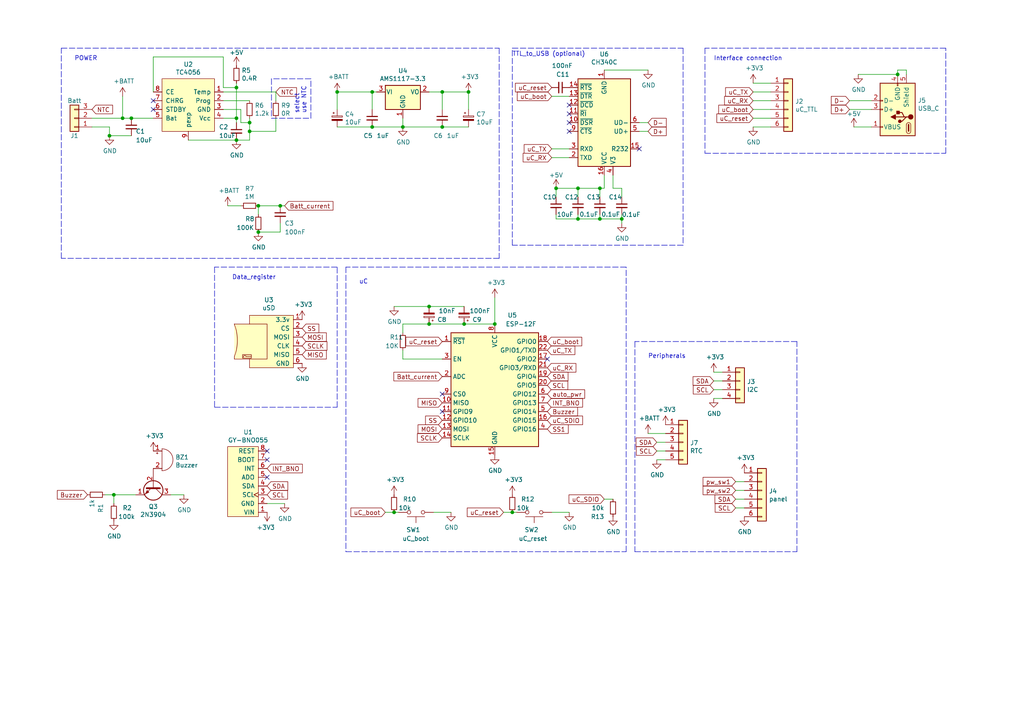
<source format=kicad_sch>
(kicad_sch (version 20211123) (generator eeschema)
  (paper "A4")
  (title_block (title "9axis") (date "2021-03-10") (rev "1") (company "David Ávila Quezada") (comment 2 "www.github.com/debaq/fullaxis") (comment 4 "Sistema de evaluación de de la Marcha y el control postural"))
  (lib_symbols
    (symbol "9axis-rescue:tp4056-my_library" (pin_names (offset 1.016))
      (property "Reference" "U" (at -6.35 -1.27 0))
      (property "Value" "9axis-rescue_tp4056-my_library" (at 0 -3.81 0))
      (symbol "tp4056-my_library_0_1"
        (rectangle (start -7.62 -17.78) (end 7.62 -2.54) (fill (type background)))
      )
      (symbol "tp4056-my_library_1_1"
        (pin input line (at -10.16 -6.35 0) (length 2.54) (name "Temp") (number "1"))
        (pin passive line (at -10.16 -8.89 0) (length 2.54) (name "Prog") (number "2"))
        (pin passive line (at -10.16 -11.43 0) (length 2.54) (name "GND") (number "3"))
        (pin power_in line (at -10.16 -13.97 0) (length 2.54) (name "Vcc") (number "4"))
        (pin power_out line (at 10.16 -13.97 180) (length 2.54) (name "Bat") (number "5"))
        (pin open_collector line (at 10.16 -11.43 180) (length 2.54) (name "STDBY") (number "6"))
        (pin open_collector line (at 10.16 -8.89 180) (length 2.54) (name "CHRG") (number "7"))
        (pin input line (at 10.16 -6.35 180) (length 2.54) (name "CE") (number "8"))
        (pin input line (at 0 -20.32 90) (length 2.54) (name "pexp") (number "9"))
      )
    )
    (symbol "Connector_Generic:Conn_01x03" (pin_names (offset 1.016) hide)
      (property "Reference" "J" (at 0 5.08 0))
      (property "Value" "Conn_01x03" (at 0 -5.08 0))
      (symbol "Conn_01x03_1_1"
        (rectangle (start -1.27 -2.413) (end 0 -2.667) (stroke (width 0.1524)))
        (rectangle (start -1.27 0.127) (end 0 -0.127) (stroke (width 0.1524)))
        (rectangle (start -1.27 2.667) (end 0 2.413) (stroke (width 0.1524)))
        (rectangle (start -1.27 3.81) (end 1.27 -3.81) (stroke (width 0.254)) (fill (type background)))
        (pin passive line (at -5.08 2.54 0) (length 3.81) (name "Pin_1") (number "1"))
        (pin passive line (at -5.08 0 0) (length 3.81) (name "Pin_2") (number "2"))
        (pin passive line (at -5.08 -2.54 0) (length 3.81) (name "Pin_3") (number "3"))
      )
    )
    (symbol "Connector_Generic:Conn_01x04" (pin_names (offset 1.016) hide)
      (property "Reference" "J" (at 0 5.08 0))
      (property "Value" "Conn_01x04" (at 0 -7.62 0))
      (symbol "Conn_01x04_1_1"
        (rectangle (start -1.27 -4.953) (end 0 -5.207) (stroke (width 0.1524)))
        (rectangle (start -1.27 -2.413) (end 0 -2.667) (stroke (width 0.1524)))
        (rectangle (start -1.27 0.127) (end 0 -0.127) (stroke (width 0.1524)))
        (rectangle (start -1.27 2.667) (end 0 2.413) (stroke (width 0.1524)))
        (rectangle (start -1.27 3.81) (end 1.27 -6.35) (stroke (width 0.254)) (fill (type background)))
        (pin passive line (at -5.08 2.54 0) (length 3.81) (name "Pin_1") (number "1"))
        (pin passive line (at -5.08 0 0) (length 3.81) (name "Pin_2") (number "2"))
        (pin passive line (at -5.08 -2.54 0) (length 3.81) (name "Pin_3") (number "3"))
        (pin passive line (at -5.08 -5.08 0) (length 3.81) (name "Pin_4") (number "4"))
      )
    )
    (symbol "Connector_Generic:Conn_01x05" (pin_names (offset 1.016) hide)
      (property "Reference" "J" (at 0 7.62 0))
      (property "Value" "Conn_01x05" (at 0 -7.62 0))
      (symbol "Conn_01x05_1_1"
        (rectangle (start -1.27 -4.953) (end 0 -5.207) (stroke (width 0.1524)))
        (rectangle (start -1.27 -2.413) (end 0 -2.667) (stroke (width 0.1524)))
        (rectangle (start -1.27 0.127) (end 0 -0.127) (stroke (width 0.1524)))
        (rectangle (start -1.27 2.667) (end 0 2.413) (stroke (width 0.1524)))
        (rectangle (start -1.27 5.207) (end 0 4.953) (stroke (width 0.1524)))
        (rectangle (start -1.27 6.35) (end 1.27 -6.35) (stroke (width 0.254)) (fill (type background)))
        (pin passive line (at -5.08 5.08 0) (length 3.81) (name "Pin_1") (number "1"))
        (pin passive line (at -5.08 2.54 0) (length 3.81) (name "Pin_2") (number "2"))
        (pin passive line (at -5.08 0 0) (length 3.81) (name "Pin_3") (number "3"))
        (pin passive line (at -5.08 -2.54 0) (length 3.81) (name "Pin_4") (number "4"))
        (pin passive line (at -5.08 -5.08 0) (length 3.81) (name "Pin_5") (number "5"))
      )
    )
    (symbol "Connector_Generic:Conn_01x06" (pin_names (offset 1.016) hide)
      (property "Reference" "J" (at 0 7.62 0))
      (property "Value" "Conn_01x06" (at 0 -10.16 0))
      (symbol "Conn_01x06_1_1"
        (rectangle (start -1.27 -7.493) (end 0 -7.747) (stroke (width 0.1524)))
        (rectangle (start -1.27 -4.953) (end 0 -5.207) (stroke (width 0.1524)))
        (rectangle (start -1.27 -2.413) (end 0 -2.667) (stroke (width 0.1524)))
        (rectangle (start -1.27 0.127) (end 0 -0.127) (stroke (width 0.1524)))
        (rectangle (start -1.27 2.667) (end 0 2.413) (stroke (width 0.1524)))
        (rectangle (start -1.27 5.207) (end 0 4.953) (stroke (width 0.1524)))
        (rectangle (start -1.27 6.35) (end 1.27 -8.89) (stroke (width 0.254)) (fill (type background)))
        (pin passive line (at -5.08 5.08 0) (length 3.81) (name "Pin_1") (number "1"))
        (pin passive line (at -5.08 2.54 0) (length 3.81) (name "Pin_2") (number "2"))
        (pin passive line (at -5.08 0 0) (length 3.81) (name "Pin_3") (number "3"))
        (pin passive line (at -5.08 -2.54 0) (length 3.81) (name "Pin_4") (number "4"))
        (pin passive line (at -5.08 -5.08 0) (length 3.81) (name "Pin_5") (number "5"))
        (pin passive line (at -5.08 -7.62 0) (length 3.81) (name "Pin_6") (number "6"))
      )
    )
    (symbol "Device:Buzzer" (pin_names (offset 0.0254) hide)
      (property "Reference" "BZ" (at 3.81 1.27 0))
      (property "Value" "Buzzer" (at 3.81 -1.27 0))
      (symbol "Buzzer_0_1"
        (arc (start 0 -3.175) (mid 3.175 0) (end 0 3.175))
        (polyline (pts (xy -1.651 1.905) (xy -1.143 1.905)))
        (polyline (pts (xy -1.397 2.159) (xy -1.397 1.651)))
        (polyline (pts (xy 0 3.175) (xy 0 -3.175)))
      )
      (symbol "Buzzer_1_1"
        (pin passive line (at -2.54 2.54 0) (length 2.54) (name "-") (number "1"))
        (pin passive line (at -2.54 -2.54 0) (length 2.54) (name "+") (number "2"))
      )
    )
    (symbol "Device:CP_Small" (pin_numbers hide) (pin_names (offset 0.254) hide)
      (property "Reference" "C" (at 0.254 1.778 0))
      (property "Value" "Device_CP_Small" (at 0.254 -2.032 0))
      (symbol "CP_Small_0_1"
        (rectangle (start -1.524 -0.3048) (end 1.524 -0.6858) (fill (type outline)))
        (rectangle (start -1.524 0.6858) (end 1.524 0.3048))
        (polyline (pts (xy -1.27 1.524) (xy -0.762 1.524)))
        (polyline (pts (xy -1.016 1.27) (xy -1.016 1.778)))
      )
      (symbol "CP_Small_1_1"
        (pin passive line (at 0 2.54 270) (length 1.8542) (name "~") (number "1"))
        (pin passive line (at 0 -2.54 90) (length 1.8542) (name "~") (number "2"))
      )
    )
    (symbol "Device:C_Small" (pin_numbers hide) (pin_names (offset 0.254) hide)
      (property "Reference" "C" (at 0.254 1.778 0))
      (property "Value" "C_Small" (at 0.254 -2.032 0))
      (symbol "C_Small_0_1"
        (polyline (pts (xy -1.524 -0.508) (xy 1.524 -0.508)) (stroke (width 0.3302)))
        (polyline (pts (xy -1.524 0.508) (xy 1.524 0.508)) (stroke (width 0.3048)))
      )
      (symbol "C_Small_1_1"
        (pin passive line (at 0 2.54 270) (length 2.032) (name "~") (number "1"))
        (pin passive line (at 0 -2.54 90) (length 2.032) (name "~") (number "2"))
      )
    )
    (symbol "Device:R_Small" (pin_numbers hide) (pin_names (offset 0.254) hide)
      (property "Reference" "R" (at 0.762 0.508 0))
      (property "Value" "R_Small" (at 0.762 -1.016 0))
      (symbol "R_Small_0_1"
        (rectangle (start -0.762 1.778) (end 0.762 -1.778) (stroke (width 0.2032)))
      )
      (symbol "R_Small_1_1"
        (pin passive line (at 0 2.54 270) (length 0.762) (name "~") (number "1"))
        (pin passive line (at 0 -2.54 90) (length 0.762) (name "~") (number "2"))
      )
    )
    (symbol "Interface_USB:CH340C"
      (property "Reference" "U" (at -5.08 13.97 0))
      (property "Value" "CH340C" (at 1.27 13.97 0))
      (symbol "CH340C_0_1"
        (rectangle (start -7.62 12.7) (end 7.62 -12.7) (stroke (width 0.254)) (fill (type background)))
      )
      (symbol "CH340C_1_1"
        (pin power_in line (at 0 -15.24 90) (length 2.54) (name "GND") (number "1"))
        (pin input line (at 10.16 0 180) (length 2.54) (name "~{DSR}") (number "10"))
        (pin input line (at 10.16 -2.54 180) (length 2.54) (name "~{RI}") (number "11"))
        (pin input line (at 10.16 -5.08 180) (length 2.54) (name "~{DCD}") (number "12"))
        (pin output line (at 10.16 -7.62 180) (length 2.54) (name "~{DTR}") (number "13"))
        (pin output line (at 10.16 -10.16 180) (length 2.54) (name "~{RTS}") (number "14"))
        (pin input line (at -10.16 7.62 0) (length 2.54) (name "R232") (number "15"))
        (pin power_in line (at 0 15.24 270) (length 2.54) (name "VCC") (number "16"))
        (pin output line (at 10.16 10.16 180) (length 2.54) (name "TXD") (number "2"))
        (pin input line (at 10.16 7.62 180) (length 2.54) (name "RXD") (number "3"))
        (pin passive line (at -2.54 15.24 270) (length 2.54) (name "V3") (number "4"))
        (pin bidirectional line (at -10.16 2.54 0) (length 2.54) (name "UD+") (number "5"))
        (pin bidirectional line (at -10.16 0 0) (length 2.54) (name "UD-") (number "6"))
        (pin no_connect line (at -7.62 -7.62 0) (length 2.54) hide (name "NC") (number "7"))
        (pin no_connect line (at -7.62 -10.16 0) (length 2.54) hide (name "NC") (number "8"))
        (pin input line (at 10.16 2.54 180) (length 2.54) (name "~{CTS}") (number "9"))
      )
    )
    (symbol "RF_Module:ESP-12F"
      (property "Reference" "U" (at -12.7 19.05 0))
      (property "Value" "ESP-12F" (at 12.7 19.05 0))
      (symbol "ESP-12F_0_1"
        (rectangle (start -12.7 17.78) (end 12.7 -15.24) (stroke (width 0.254)) (fill (type background)))
      )
      (symbol "ESP-12F_1_1"
        (pin input line (at -15.24 15.24 0) (length 2.54) (name "~{RST}") (number "1"))
        (pin bidirectional line (at -15.24 -2.54 0) (length 2.54) (name "MISO") (number "10"))
        (pin bidirectional line (at -15.24 -5.08 0) (length 2.54) (name "GPIO9") (number "11"))
        (pin bidirectional line (at -15.24 -7.62 0) (length 2.54) (name "GPIO10") (number "12"))
        (pin bidirectional line (at -15.24 -10.16 0) (length 2.54) (name "MOSI") (number "13"))
        (pin bidirectional line (at -15.24 -12.7 0) (length 2.54) (name "SCLK") (number "14"))
        (pin power_in line (at 0 -17.78 90) (length 2.54) (name "GND") (number "15"))
        (pin bidirectional line (at 15.24 -7.62 180) (length 2.54) (name "GPIO15") (number "16"))
        (pin bidirectional line (at 15.24 10.16 180) (length 2.54) (name "GPIO2") (number "17"))
        (pin bidirectional line (at 15.24 15.24 180) (length 2.54) (name "GPIO0") (number "18"))
        (pin bidirectional line (at 15.24 5.08 180) (length 2.54) (name "GPIO4") (number "19"))
        (pin input line (at -15.24 5.08 0) (length 2.54) (name "ADC") (number "2"))
        (pin bidirectional line (at 15.24 2.54 180) (length 2.54) (name "GPIO5") (number "20"))
        (pin bidirectional line (at 15.24 7.62 180) (length 2.54) (name "GPIO3/RXD") (number "21"))
        (pin bidirectional line (at 15.24 12.7 180) (length 2.54) (name "GPIO1/TXD") (number "22"))
        (pin input line (at -15.24 10.16 0) (length 2.54) (name "EN") (number "3"))
        (pin bidirectional line (at 15.24 -10.16 180) (length 2.54) (name "GPIO16") (number "4"))
        (pin bidirectional line (at 15.24 -5.08 180) (length 2.54) (name "GPIO14") (number "5"))
        (pin bidirectional line (at 15.24 0 180) (length 2.54) (name "GPIO12") (number "6"))
        (pin bidirectional line (at 15.24 -2.54 180) (length 2.54) (name "GPIO13") (number "7"))
        (pin power_in line (at 0 20.32 270) (length 2.54) (name "VCC") (number "8"))
        (pin input line (at -15.24 0 0) (length 2.54) (name "CS0") (number "9"))
      )
    )
    (symbol "Regulator_Linear:AMS1117-3.3" (pin_names (offset 0.254))
      (property "Reference" "U" (at -3.81 3.175 0))
      (property "Value" "AMS1117-3.3" (at 0 3.175 0))
      (symbol "AMS1117-3.3_0_1"
        (rectangle (start -5.08 -5.08) (end 5.08 1.905) (stroke (width 0.254)) (fill (type background)))
      )
      (symbol "AMS1117-3.3_1_1"
        (pin power_in line (at 0 -7.62 90) (length 2.54) (name "GND") (number "1"))
        (pin power_out line (at 7.62 0 180) (length 2.54) (name "VO") (number "2"))
        (pin power_in line (at -7.62 0 0) (length 2.54) (name "VI") (number "3"))
      )
    )
    (symbol "Switch:SW_Push" (pin_numbers hide) (pin_names (offset 1.016) hide)
      (property "Reference" "SW" (at 1.27 2.54 0))
      (property "Value" "SW_Push" (at 0 -1.524 0))
      (symbol "SW_Push_0_1"
        (circle (center -2.032 0) (radius 0.508))
        (polyline (pts (xy 0 1.27) (xy 0 3.048)))
        (polyline (pts (xy 2.54 1.27) (xy -2.54 1.27)))
        (circle (center 2.032 0) (radius 0.508))
        (pin passive line (at -5.08 0 0) (length 2.54) (name "1") (number "1"))
        (pin passive line (at 5.08 0 180) (length 2.54) (name "2") (number "2"))
      )
    )
    (symbol "Transistor_BJT:2N3904" (pin_names (offset 0) hide)
      (property "Reference" "Q" (at 5.08 1.905 0))
      (property "Value" "2N3904" (at 5.08 0 0))
      (symbol "2N3904_0_1"
        (polyline (pts (xy 0.635 0.635) (xy 2.54 2.54)))
        (polyline (pts (xy 0.635 -0.635) (xy 2.54 -2.54) (xy 2.54 -2.54)))
        (polyline (pts (xy 0.635 1.905) (xy 0.635 -1.905) (xy 0.635 -1.905)) (stroke (width 0.508)))
        (polyline (pts (xy 1.27 -1.778) (xy 1.778 -1.27) (xy 2.286 -2.286) (xy 1.27 -1.778) (xy 1.27 -1.778)) (fill (type outline)))
        (circle (center 1.27 0) (radius 2.8194) (stroke (width 0.254)))
      )
      (symbol "2N3904_1_1"
        (pin passive line (at 2.54 -5.08 90) (length 2.54) (name "E") (number "1"))
        (pin passive line (at -5.08 0 0) (length 5.715) (name "B") (number "2"))
        (pin passive line (at 2.54 5.08 270) (length 2.54) (name "C") (number "3"))
      )
    )
    (symbol "my_library:GY-BNO055" (pin_names (offset 1.016))
      (property "Reference" "U" (at -8.89 5.08 0))
      (property "Value" "my_library_GY-BNO055" (at 0 2.54 0))
      (symbol "GY-BNO055_0_1"
        (rectangle (start -10.16 3.81) (end 10.16 -5.08) (fill (type background)))
      )
      (symbol "GY-BNO055_1_1"
        (pin power_in line (at -8.89 -7.62 90) (length 2.54) (name "VIN") (number "1"))
        (pin power_out line (at -6.35 -7.62 90) (length 2.54) (name "GND") (number "2"))
        (pin input clock (at -3.81 -7.62 90) (length 2.54) (name "SCL") (number "3"))
        (pin bidirectional line (at -1.27 -7.62 90) (length 2.54) (name "SDA") (number "4"))
        (pin passive line (at 1.27 -7.62 90) (length 2.54) (name "ADO") (number "5"))
        (pin output line (at 3.81 -7.62 90) (length 2.54) (name "INT") (number "6"))
        (pin passive line (at 6.35 -7.62 90) (length 2.54) (name "BOOT") (number "7"))
        (pin input line (at 8.89 -7.62 90) (length 2.54) (name "REST") (number "8"))
      )
    )
    (symbol "my_library:USB_C_2.0" (pin_names (offset 1.016))
      (property "Reference" "J" (at -5.08 11.43 0))
      (property "Value" "my_library_USB_C_2.0" (at -5.08 8.89 0))
      (symbol "USB_C_2.0_0_1"
        (rectangle (start -5.08 -7.62) (end 5.08 7.62) (stroke (width 0.254)) (fill (type background)))
        (circle (center -3.81 2.159) (radius 0.635) (stroke (width 0.254)) (fill (type outline)))
        (arc (start -3.81 4.445) (mid -3.175 3.81) (end -2.54 4.445))
        (circle (center -0.635 3.429) (radius 0.381) (stroke (width 0.254)) (fill (type outline)))
        (rectangle (start -0.127 -7.62) (end 0.127 -6.858))
        (polyline (pts (xy -3.81 6.35) (xy -3.81 4.445)))
        (polyline (pts (xy -2.54 6.35) (xy -2.54 4.445)))
        (polyline (pts (xy -1.905 2.159) (xy 0.635 2.159)) (stroke (width 0.254)))
        (polyline (pts (xy -3.175 2.159) (xy -2.54 2.159) (xy -1.27 3.429) (xy -0.635 3.429)) (stroke (width 0.254)))
        (polyline (pts (xy -2.54 2.159) (xy -1.905 2.159) (xy -1.27 0.889) (xy 0 0.889)) (stroke (width 0.254)))
        (polyline (pts (xy 0.635 2.794) (xy 0.635 1.524) (xy 1.905 2.159) (xy 0.635 2.794)) (stroke (width 0.254)) (fill (type outline)))
        (polyline (pts (xy -3.302 6.35) (xy -3.048 6.35) (xy -3.048 4.318) (xy -3.302 4.318) (xy -3.302 6.35)) (fill (type outline)))
        (rectangle (start 0.254 1.27) (end -0.508 0.508) (stroke (width 0.254)) (fill (type outline)))
        (rectangle (start 5.08 -2.667) (end 4.318 -2.413))
        (rectangle (start 5.08 -0.127) (end 4.318 0.127))
        (rectangle (start 5.08 4.953) (end 4.318 5.207))
      )
      (symbol "USB_C_2.0_1_1"
        (arc (start -2.54 6.35) (mid -3.175 6.985) (end -3.81 6.35))
        (pin power_out line (at 7.62 5.08 180) (length 2.54) (name "VBUS") (number "1"))
        (pin bidirectional line (at 7.62 -2.54 180) (length 2.54) (name "D-") (number "2"))
        (pin bidirectional line (at 7.62 0 180) (length 2.54) (name "D+") (number "3"))
        (pin power_out line (at 0 -10.16 90) (length 2.54) (name "GND") (number "4"))
        (pin passive line (at -2.54 -10.16 90) (length 2.54) (name "Shield") (number "5"))
      )
    )
    (symbol "my_library:uSD" (pin_names (offset 1.016))
      (property "Reference" "U" (at -8.255 2.54 0))
      (property "Value" "my_library_uSD" (at -1.905 2.54 0))
      (symbol "uSD_0_1"
        (arc (start -13.335 -10.795) (mid -12.4337 -6.0334) (end -13.335 -1.27))
        (arc (start -9.906 -10.668) (mid -10.414 -10.414) (end -10.668 -10.922))
        (polyline (pts (xy -8.382 -10.668) (xy -9.906 -10.668)))
        (polyline (pts (xy -13.335 -10.795) (xy -13.335 -11.43) (xy -3.81 -11.43) (xy -3.81 -1.27) (xy -13.335 -1.27)) (fill (type background)))
        (polyline (pts (xy -10.922 -10.16) (xy -10.922 -11.176) (xy -8.382 -11.176) (xy -8.382 -10.16) (xy -10.922 -10.16)))
        (polyline (pts (xy -8.89 -1.27) (xy -8.89 1.27) (xy 3.81 1.27) (xy 3.81 -13.97) (xy -8.89 -13.97) (xy -8.89 -11.43)) (fill (type background)))
      )
      (symbol "uSD_1_1"
        (pin power_in line (at 6.35 0 180) (length 2.54) (name "3.3v") (number "1"))
        (pin input line (at 6.35 -2.54 180) (length 2.54) (name "CS") (number "2"))
        (pin input line (at 6.35 -5.08 180) (length 2.54) (name "MOSI") (number "3"))
        (pin input line (at 6.35 -7.62 180) (length 2.54) (name "CLK") (number "4"))
        (pin input line (at 6.35 -10.16 180) (length 2.54) (name "MISO") (number "5"))
        (pin input line (at 6.35 -12.7 180) (length 2.54) (name "GND") (number "6"))
      )
    )
    (symbol "power:+3.3V" (power) (pin_names (offset 0))
      (property "Value" "+3.3V" (at 0 3.556 0))
      (symbol "+3.3V_0_1"
        (polyline (pts (xy -0.762 1.27) (xy 0 2.54)))
        (polyline (pts (xy 0 0) (xy 0 2.54)))
        (polyline (pts (xy 0 2.54) (xy 0.762 1.27)))
      )
      (symbol "+3.3V_1_1"
        (pin power_in line (at 0 0 90) (length 0) hide (name "+3V3") (number "1"))
      )
    )
    (symbol "power:+5V" (power) (pin_names (offset 0))
      (property "Value" "+5V" (at 0 3.556 0))
      (symbol "+5V_0_1"
        (polyline (pts (xy -0.762 1.27) (xy 0 2.54)))
        (polyline (pts (xy 0 0) (xy 0 2.54)))
        (polyline (pts (xy 0 2.54) (xy 0.762 1.27)))
      )
      (symbol "+5V_1_1"
        (pin power_in line (at 0 0 90) (length 0) hide (name "+5V") (number "1"))
      )
    )
    (symbol "power:+BATT" (power) (pin_names (offset 0))
      (property "Value" "+BATT" (at 0 3.556 0))
      (symbol "+BATT_0_1"
        (polyline (pts (xy -0.762 1.27) (xy 0 2.54)))
        (polyline (pts (xy 0 0) (xy 0 2.54)))
        (polyline (pts (xy 0 2.54) (xy 0.762 1.27)))
      )
      (symbol "+BATT_1_1"
        (pin power_in line (at 0 0 90) (length 0) hide (name "+BATT") (number "1"))
      )
    )
    (symbol "power:GND" (power) (pin_names (offset 0))
      (property "Value" "GND" (at 0 -3.81 0))
      (symbol "GND_0_1"
        (polyline (pts (xy 0 0) (xy 0 -1.27) (xy 1.27 -1.27) (xy 0 -2.54) (xy -1.27 -1.27) (xy 0 -1.27)))
      )
      (symbol "GND_1_1"
        (pin power_in line (at 0 0 270) (length 0) hide (name "GND") (number "1"))
      )
    )
  )
  (junction (at 72.39 35.56))
  (junction (at 68.58 25.4))
  (junction (at 33.02 143.51))
  (junction (at 107.95 36.83))
  (junction (at 124.46 93.98))
  (junction (at 143.51 93.98))
  (junction (at 116.84 36.83))
  (junction (at 38.1 34.29))
  (junction (at 114.3 148.59))
  (junction (at 128.27 26.67))
  (junction (at 31.75 39.37))
  (junction (at 124.46 88.9))
  (junction (at 135.89 26.67))
  (junction (at 35.56 34.29))
  (junction (at 173.99 63.5))
  (junction (at 161.29 54.61))
  (junction (at 260.35 21.59))
  (junction (at 148.59 148.59))
  (junction (at 74.93 59.69))
  (junction (at 134.62 93.98))
  (junction (at 173.99 54.61))
  (junction (at 107.95 26.67))
  (junction (at 167.64 63.5))
  (junction (at 68.58 40.64))
  (junction (at 180.34 63.5))
  (junction (at 68.58 34.29))
  (junction (at 72.39 38.1))
  (junction (at 74.93 67.31))
  (junction (at 81.28 59.69))
  (junction (at 97.79 26.67))
  (junction (at 167.64 54.61))
  (junction (at 128.27 36.83))
  (no_connect (at 77.47 138.43))
  (no_connect (at 158.75 104.14))
  (no_connect (at 165.1 30.48))
  (no_connect (at 77.47 133.35))
  (no_connect (at 165.1 33.02))
  (no_connect (at 44.45 29.21))
  (no_connect (at 185.42 43.18))
  (no_connect (at 44.45 31.75))
  (no_connect (at 128.27 119.38))
  (no_connect (at 165.1 35.56))
  (no_connect (at 77.47 130.81))
  (no_connect (at 128.27 114.3))
  (no_connect (at 165.1 38.1))
  (polyline (pts (xy 100.33 160.02) (xy 181.61 160.02)))
  (wire (pts (xy 173.99 63.5) (xy 173.99 62.23)))
  (wire (pts (xy 97.79 31.75) (xy 97.79 26.67)))
  (wire (pts (xy 165.1 27.94) (xy 160.02 27.94)))
  (polyline (pts (xy 62.23 118.11) (xy 97.79 118.11)))
  (polyline (pts (xy 181.61 160.02) (xy 181.61 77.47)))
  (wire (pts (xy 97.79 36.83) (xy 107.95 36.83)))
  (wire (pts (xy 218.44 34.29) (xy 223.52 34.29)))
  (wire (pts (xy 116.84 36.83) (xy 128.27 36.83)))
  (wire (pts (xy 68.58 34.29) (xy 68.58 35.56)))
  (wire (pts (xy 180.34 57.15) (xy 180.34 54.61)))
  (polyline (pts (xy 198.12 71.12) (xy 148.59 71.12)))
  (wire (pts (xy 77.47 146.05) (xy 82.55 146.05)))
  (wire (pts (xy 167.64 63.5) (xy 161.29 63.5)))
  (wire (pts (xy 74.93 59.69) (xy 81.28 59.69)))
  (wire (pts (xy 68.58 34.29) (xy 68.58 25.4)))
  (wire (pts (xy 161.29 63.5) (xy 161.29 62.23)))
  (wire (pts (xy 173.99 57.15) (xy 173.99 54.61)))
  (wire (pts (xy 128.27 26.67) (xy 124.46 26.67)))
  (wire (pts (xy 175.26 54.61) (xy 173.99 54.61)))
  (wire (pts (xy 135.89 31.75) (xy 135.89 26.67)))
  (wire (pts (xy 134.62 88.9) (xy 124.46 88.9)))
  (wire (pts (xy 262.89 20.32) (xy 260.35 20.32)))
  (wire (pts (xy 213.36 144.78) (xy 215.9 144.78)))
  (wire (pts (xy 175.26 20.32) (xy 187.96 20.32)))
  (wire (pts (xy 173.99 54.61) (xy 167.64 54.61)))
  (polyline (pts (xy 231.14 160.02) (xy 231.14 99.06)))
  (polyline (pts (xy 184.15 99.06) (xy 184.15 160.02)))
  (wire (pts (xy 207.01 113.03) (xy 209.55 113.03)))
  (wire (pts (xy 72.39 38.1) (xy 80.01 38.1)))
  (wire (pts (xy 207.01 107.95) (xy 209.55 107.95)))
  (wire (pts (xy 180.34 63.5) (xy 173.99 63.5)))
  (wire (pts (xy 72.39 34.29) (xy 72.39 35.56)))
  (wire (pts (xy 218.44 31.75) (xy 223.52 31.75)))
  (wire (pts (xy 207.01 110.49) (xy 209.55 110.49)))
  (polyline (pts (xy 181.61 77.47) (xy 100.33 77.47)))
  (wire (pts (xy 109.22 26.67) (xy 107.95 26.67)))
  (wire (pts (xy 218.44 36.83) (xy 223.52 36.83)))
  (wire (pts (xy 72.39 38.1) (xy 72.39 40.64)))
  (wire (pts (xy 213.36 147.32) (xy 215.9 147.32)))
  (wire (pts (xy 260.35 20.32) (xy 260.35 21.59)))
  (wire (pts (xy 38.1 39.37) (xy 31.75 39.37)))
  (wire (pts (xy 80.01 26.67) (xy 80.01 29.21)))
  (wire (pts (xy 180.34 64.77) (xy 180.34 63.5)))
  (wire (pts (xy 218.44 26.67) (xy 223.52 26.67)))
  (polyline (pts (xy 17.78 13.97) (xy 144.78 13.97)))
  (wire (pts (xy 134.62 93.98) (xy 124.46 93.98)))
  (wire (pts (xy 185.42 35.56) (xy 187.96 35.56)))
  (polyline (pts (xy 204.47 44.45) (xy 274.32 44.45)))
  (polyline (pts (xy 144.78 74.93) (xy 17.78 74.93)))
  (wire (pts (xy 39.37 143.51) (xy 33.02 143.51)))
  (wire (pts (xy 160.02 45.72) (xy 165.1 45.72)))
  (wire (pts (xy 116.84 101.6) (xy 116.84 104.14)))
  (wire (pts (xy 35.56 34.29) (xy 38.1 34.29)))
  (wire (pts (xy 72.39 40.64) (xy 68.58 40.64)))
  (wire (pts (xy 135.89 26.67) (xy 128.27 26.67)))
  (wire (pts (xy 167.64 63.5) (xy 167.64 62.23)))
  (wire (pts (xy 35.56 27.94) (xy 35.56 34.29)))
  (polyline (pts (xy 90.17 22.86) (xy 78.74 22.86)))
  (polyline (pts (xy 144.78 13.97) (xy 144.78 74.93)))
  (wire (pts (xy 74.93 59.69) (xy 74.93 62.23)))
  (wire (pts (xy 54.61 40.64) (xy 68.58 40.64)))
  (wire (pts (xy 64.77 31.75) (xy 69.85 31.75)))
  (wire (pts (xy 218.44 29.21) (xy 223.52 29.21)))
  (wire (pts (xy 26.67 34.29) (xy 35.56 34.29)))
  (wire (pts (xy 143.51 93.98) (xy 134.62 93.98)))
  (wire (pts (xy 64.77 16.51) (xy 44.45 16.51)))
  (wire (pts (xy 252.73 29.21) (xy 246.38 29.21)))
  (polyline (pts (xy 78.74 34.29) (xy 90.17 34.29)))
  (polyline (pts (xy 231.14 99.06) (xy 184.15 99.06)))
  (wire (pts (xy 81.28 64.77) (xy 81.28 67.31)))
  (wire (pts (xy 125.73 148.59) (xy 130.81 148.59)))
  (polyline (pts (xy 274.32 44.45) (xy 274.32 13.97)))
  (wire (pts (xy 213.36 142.24) (xy 215.9 142.24)))
  (wire (pts (xy 107.95 36.83) (xy 116.84 36.83)))
  (wire (pts (xy 31.75 36.83) (xy 26.67 36.83)))
  (wire (pts (xy 175.26 50.8) (xy 175.26 54.61)))
  (wire (pts (xy 49.53 143.51) (xy 53.34 143.51)))
  (wire (pts (xy 128.27 36.83) (xy 135.89 36.83)))
  (wire (pts (xy 143.51 93.98) (xy 143.51 86.36)))
  (polyline (pts (xy 198.12 13.97) (xy 198.12 71.12)))
  (wire (pts (xy 190.5 130.81) (xy 193.04 130.81)))
  (polyline (pts (xy 204.47 13.97) (xy 204.47 44.45)))
  (wire (pts (xy 190.5 133.35) (xy 193.04 133.35)))
  (wire (pts (xy 116.84 104.14) (xy 128.27 104.14)))
  (wire (pts (xy 124.46 88.9) (xy 114.3 88.9)))
  (wire (pts (xy 38.1 34.29) (xy 44.45 34.29)))
  (polyline (pts (xy 78.74 22.86) (xy 78.74 34.29)))
  (wire (pts (xy 69.85 35.56) (xy 72.39 35.56)))
  (wire (pts (xy 64.77 29.21) (xy 72.39 29.21)))
  (wire (pts (xy 97.79 26.67) (xy 107.95 26.67)))
  (wire (pts (xy 160.02 43.18) (xy 165.1 43.18)))
  (wire (pts (xy 161.29 54.61) (xy 161.29 57.15)))
  (wire (pts (xy 260.35 21.59) (xy 248.92 21.59)))
  (wire (pts (xy 69.85 59.69) (xy 66.04 59.69)))
  (polyline (pts (xy 62.23 77.47) (xy 62.23 118.11)))
  (wire (pts (xy 80.01 34.29) (xy 80.01 38.1)))
  (wire (pts (xy 64.77 25.4) (xy 64.77 16.51)))
  (polyline (pts (xy 97.79 118.11) (xy 97.79 77.47)))
  (wire (pts (xy 218.44 24.13) (xy 223.52 24.13)))
  (wire (pts (xy 149.86 148.59) (xy 148.59 148.59)))
  (wire (pts (xy 69.85 31.75) (xy 69.85 35.56)))
  (wire (pts (xy 177.8 54.61) (xy 180.34 54.61)))
  (wire (pts (xy 64.77 26.67) (xy 80.01 26.67)))
  (wire (pts (xy 207.01 115.57) (xy 209.55 115.57)))
  (wire (pts (xy 246.38 31.75) (xy 252.73 31.75)))
  (wire (pts (xy 124.46 93.98) (xy 116.84 93.98)))
  (polyline (pts (xy 17.78 74.93) (xy 17.78 13.97)))
  (wire (pts (xy 252.73 36.83) (xy 247.65 36.83)))
  (wire (pts (xy 177.8 50.8) (xy 177.8 54.61)))
  (wire (pts (xy 81.28 59.69) (xy 82.55 59.69)))
  (polyline (pts (xy 100.33 77.47) (xy 100.33 160.02)))
  (wire (pts (xy 173.99 63.5) (xy 167.64 63.5)))
  (wire (pts (xy 114.3 148.59) (xy 115.57 148.59)))
  (polyline (pts (xy 274.32 13.97) (xy 204.47 13.97)))
  (wire (pts (xy 116.84 93.98) (xy 116.84 96.52)))
  (polyline (pts (xy 148.59 13.97) (xy 198.12 13.97)))
  (wire (pts (xy 175.26 144.78) (xy 177.8 144.78)))
  (wire (pts (xy 160.02 148.59) (xy 165.1 148.59)))
  (wire (pts (xy 107.95 26.67) (xy 107.95 31.75)))
  (polyline (pts (xy 90.17 34.29) (xy 90.17 22.86)))
  (wire (pts (xy 128.27 31.75) (xy 128.27 26.67)))
  (wire (pts (xy 33.02 146.05) (xy 33.02 143.51)))
  (wire (pts (xy 31.75 39.37) (xy 31.75 36.83)))
  (wire (pts (xy 64.77 34.29) (xy 68.58 34.29)))
  (polyline (pts (xy 184.15 160.02) (xy 231.14 160.02)))
  (wire (pts (xy 187.96 125.73) (xy 193.04 125.73)))
  (wire (pts (xy 262.89 21.59) (xy 262.89 20.32)))
  (wire (pts (xy 213.36 139.7) (xy 215.9 139.7)))
  (wire (pts (xy 68.58 25.4) (xy 68.58 24.13)))
  (wire (pts (xy 148.59 148.59) (xy 146.05 148.59)))
  (wire (pts (xy 185.42 38.1) (xy 187.96 38.1)))
  (wire (pts (xy 116.84 36.83) (xy 116.84 34.29)))
  (wire (pts (xy 44.45 16.51) (xy 44.45 26.67)))
  (polyline (pts (xy 148.59 71.12) (xy 148.59 13.97)))
  (wire (pts (xy 167.64 57.15) (xy 167.64 54.61)))
  (polyline (pts (xy 97.79 77.47) (xy 62.23 77.47)))
  (wire (pts (xy 180.34 63.5) (xy 180.34 62.23)))
  (wire (pts (xy 167.64 54.61) (xy 161.29 54.61)))
  (wire (pts (xy 33.02 143.51) (xy 30.48 143.51)))
  (wire (pts (xy 81.28 67.31) (xy 74.93 67.31)))
  (wire (pts (xy 190.5 128.27) (xy 193.04 128.27)))
  (wire (pts (xy 68.58 25.4) (xy 64.77 25.4)))
  (wire (pts (xy 72.39 35.56) (xy 72.39 38.1)))
  (wire (pts (xy 114.3 148.59) (xy 111.76 148.59)))
  (text "Data_register" (at 67.31 81.28 0) (effects (font (size 1.27 1.27)) (justify left bottom)))
  (text "TTL_to_USB (optional)" (at 148.59 16.51 0) (effects (font (size 1.27 1.27)) (justify left bottom)))
  (text "Interface connection" (at 207.01 17.78 0) (effects (font (size 1.27 1.27)) (justify left bottom)))
  (text "uC" (at 104.14 82.55 0) (effects (font (size 1.27 1.27)) (justify left bottom)))
  (text "POWER\n" (at 21.59 17.78 0) (effects (font (size 1.27 1.27)) (justify left bottom)))
  (text "Peripherals\n" (at 187.96 104.14 0) (effects (font (size 1.27 1.27)) (justify left bottom)))
  (text "select\nuse NTC" (at 88.9 33.02 90) (effects (font (size 1.27 1.27)) (justify left bottom)))
  (global_label "D-" (shape input) (at 187.96 35.56 0) (property "Referencias entre hojas" "${INTERSHEET_REFS}" (effects hide)))
  (global_label "uC_TX" (shape input) (at 160.02 43.18 180) (property "Referencias entre hojas" "${INTERSHEET_REFS}" (effects hide)))
  (global_label "MOSI" (shape input) (at 128.27 124.46 180) (property "Referencias entre hojas" "${INTERSHEET_REFS}" (effects hide)))
  (global_label "NTC" (shape input) (at 26.67 31.75 0) (property "Referencias entre hojas" "${INTERSHEET_REFS}" (effects hide)))
  (global_label "uC_reset" (shape input) (at 128.27 99.06 180) (property "Referencias entre hojas" "${INTERSHEET_REFS}" (effects hide)))
  (global_label "D-" (shape input) (at 246.38 29.21 180) (property "Referencias entre hojas" "${INTERSHEET_REFS}" (effects hide)))
  (global_label "SS1" (shape input) (at 158.75 124.46 0) (property "Referencias entre hojas" "${INTERSHEET_REFS}" (effects hide)))
  (global_label "SCL" (shape input) (at 213.36 147.32 180) (property "Referencias entre hojas" "${INTERSHEET_REFS}" (effects hide)))
  (global_label "uC_boot" (shape input) (at 160.02 27.94 180) (property "Referencias entre hojas" "${INTERSHEET_REFS}" (effects hide)))
  (global_label "SDA" (shape input) (at 207.01 110.49 180) (property "Referencias entre hojas" "${INTERSHEET_REFS}" (effects hide)))
  (global_label "uC_reset" (shape input) (at 160.02 25.4 180) (property "Referencias entre hojas" "${INTERSHEET_REFS}" (effects hide)))
  (global_label "uC_TX" (shape input) (at 158.75 101.6 0) (property "Referencias entre hojas" "${INTERSHEET_REFS}" (effects hide)))
  (global_label "MISO" (shape input) (at 128.27 116.84 180) (property "Referencias entre hojas" "${INTERSHEET_REFS}" (effects hide)))
  (global_label "SDA" (shape input) (at 213.36 144.78 180) (property "Referencias entre hojas" "${INTERSHEET_REFS}" (effects hide)))
  (global_label "SCL" (shape input) (at 77.47 143.51 0) (property "Referencias entre hojas" "${INTERSHEET_REFS}" (effects hide)))
  (global_label "uC_reset" (shape input) (at 146.05 148.59 180) (property "Referencias entre hojas" "${INTERSHEET_REFS}" (effects hide)))
  (global_label "SS" (shape input) (at 128.27 121.92 180) (property "Referencias entre hojas" "${INTERSHEET_REFS}" (effects hide)))
  (global_label "INT_BNO" (shape input) (at 158.75 116.84 0) (property "Referencias entre hojas" "${INTERSHEET_REFS}" (effects hide)))
  (global_label "SCLK" (shape input) (at 87.63 100.33 0) (property "Referencias entre hojas" "${INTERSHEET_REFS}" (effects hide)))
  (global_label "pw_sw2" (shape input) (at 213.36 142.24 180) (property "Referencias entre hojas" "${INTERSHEET_REFS}" (effects hide)))
  (global_label "uC_RX" (shape input) (at 158.75 106.68 0) (property "Referencias entre hojas" "${INTERSHEET_REFS}" (effects hide)))
  (global_label "uC_boot" (shape input) (at 158.75 99.06 0) (property "Referencias entre hojas" "${INTERSHEET_REFS}" (effects hide)))
  (global_label "uC_boot" (shape input) (at 218.44 31.75 180) (property "Referencias entre hojas" "${INTERSHEET_REFS}" (effects hide)))
  (global_label "uC_RX" (shape input) (at 218.44 29.21 180) (property "Referencias entre hojas" "${INTERSHEET_REFS}" (effects hide)))
  (global_label "uC_SDIO" (shape input) (at 175.26 144.78 180) (property "Referencias entre hojas" "${INTERSHEET_REFS}" (effects hide)))
  (global_label "SCL" (shape input) (at 190.5 130.81 180) (property "Referencias entre hojas" "${INTERSHEET_REFS}" (effects hide)))
  (global_label "uC_boot" (shape input) (at 111.76 148.59 180) (property "Referencias entre hojas" "${INTERSHEET_REFS}" (effects hide)))
  (global_label "auto_pwr" (shape input) (at 158.75 114.3 0) (property "Referencias entre hojas" "${INTERSHEET_REFS}" (effects hide)))
  (global_label "NTC" (shape input) (at 80.01 26.67 0) (property "Referencias entre hojas" "${INTERSHEET_REFS}" (effects hide)))
  (global_label "SDA" (shape input) (at 190.5 128.27 180) (property "Referencias entre hojas" "${INTERSHEET_REFS}" (effects hide)))
  (global_label "uC_reset" (shape input) (at 218.44 34.29 180) (property "Referencias entre hojas" "${INTERSHEET_REFS}" (effects hide)))
  (global_label "SDA" (shape input) (at 77.47 140.97 0) (property "Referencias entre hojas" "${INTERSHEET_REFS}" (effects hide)))
  (global_label "Buzzer" (shape input) (at 25.4 143.51 180) (property "Referencias entre hojas" "${INTERSHEET_REFS}" (effects hide)))
  (global_label "MOSI" (shape input) (at 87.63 97.79 0) (property "Referencias entre hojas" "${INTERSHEET_REFS}" (effects hide)))
  (global_label "MISO" (shape input) (at 87.63 102.87 0) (property "Referencias entre hojas" "${INTERSHEET_REFS}" (effects hide)))
  (global_label "SS" (shape input) (at 87.63 95.25 0) (property "Referencias entre hojas" "${INTERSHEET_REFS}" (effects hide)))
  (global_label "INT_BNO" (shape input) (at 77.47 135.89 0) (property "Referencias entre hojas" "${INTERSHEET_REFS}" (effects hide)))
  (global_label "pw_sw1" (shape input) (at 213.36 139.7 180) (property "Referencias entre hojas" "${INTERSHEET_REFS}" (effects hide)))
  (global_label "SDA" (shape input) (at 158.75 109.22 0) (property "Referencias entre hojas" "${INTERSHEET_REFS}" (effects hide)))
  (global_label "D+" (shape input) (at 187.96 38.1 0) (property "Referencias entre hojas" "${INTERSHEET_REFS}" (effects hide)))
  (global_label "uC_SDIO" (shape input) (at 158.75 121.92 0) (property "Referencias entre hojas" "${INTERSHEET_REFS}" (effects hide)))
  (global_label "uC_RX" (shape input) (at 160.02 45.72 180) (property "Referencias entre hojas" "${INTERSHEET_REFS}" (effects hide)))
  (global_label "D+" (shape input) (at 246.38 31.75 180) (property "Referencias entre hojas" "${INTERSHEET_REFS}" (effects hide)))
  (global_label "SCL" (shape input) (at 207.01 113.03 180) (property "Referencias entre hojas" "${INTERSHEET_REFS}" (effects hide)))
  (global_label "SCLK" (shape input) (at 128.27 127 180) (property "Referencias entre hojas" "${INTERSHEET_REFS}" (effects hide)))
  (global_label "Buzzer" (shape input) (at 158.75 119.38 0) (property "Referencias entre hojas" "${INTERSHEET_REFS}" (effects hide)))
  (global_label "Batt_current" (shape input) (at 128.27 109.22 180) (property "Referencias entre hojas" "${INTERSHEET_REFS}" (effects hide)))
  (global_label "SCL" (shape input) (at 158.75 111.76 0) (property "Referencias entre hojas" "${INTERSHEET_REFS}" (effects hide)))
  (global_label "uC_TX" (shape input) (at 218.44 26.67 180) (property "Referencias entre hojas" "${INTERSHEET_REFS}" (effects hide)))
  (global_label "Batt_current" (shape input) (at 82.55 59.69 0) (property "Referencias entre hojas" "${INTERSHEET_REFS}" (effects hide)))
  (symbol (lib_id "RF_Module:ESP-12F") (at 143.51 114.3 0) (unit 1)
    (property "Reference" "U5" (at 148.59 91.44 0))
    (property "Value" "ESP-12F" (at 151.13 93.98 0))
    (property "Footprint" "RF_Module:ESP-12E" (effects hide))
    (property "Datasheet" "http://wiki.ai-thinker.com/_media/esp8266/esp8266_series_modules_user_manual_v1.1.pdf" (effects hide))
  )
  (symbol (lib_id "9axis-rescue:tp4056-my_library") (at 54.61 20.32 0) (mirror y) (unit 1)
    (property "Reference" "U2" (at 54.61 18.669 0))
    (property "Value" "TC4056" (at 54.61 20.9804 0))
    (property "Footprint" "other:TC4056" (effects hide))
  )
  (symbol (lib_id "Device:CP_Small") (at 124.46 91.44 180) (unit 1)
    (property "Reference" "C8" (at 129.54 92.71 0) (effects (justify left)))
    (property "Value" "10nF" (at 132.08 90.17 0) (effects (justify left)))
    (property "Footprint" "Capacitor_SMD:C_1206_3216Metric_Pad1.33x1.80mm_HandSolder" (effects hide))
  )
  (symbol (lib_id "power:GND") (at 31.75 39.37 0) (unit 1)
    (property "Reference" "#PWR0101" (effects hide))
    (property "Value" "GND" (at 31.877 43.7642 0))
  )
  (symbol (lib_id "Device:C_Small") (at 38.1 36.83 0) (unit 1)
    (property "Reference" "C1" (at 39.37 38.1 0) (effects (justify left)))
    (property "Value" "10uF" (at 39.37 40.64 0) (effects (justify left)))
    (property "Footprint" "Capacitor_SMD:C_1206_3216Metric_Pad1.33x1.80mm_HandSolder" (effects hide))
  )
  (symbol (lib_id "Device:C_Small") (at 68.58 38.1 0) (unit 1)
    (property "Reference" "C2" (at 63.5 36.83 0) (effects (justify left)))
    (property "Value" "10uF" (at 63.5 39.37 0) (effects (justify left)))
    (property "Footprint" "Capacitor_SMD:C_1206_3216Metric_Pad1.33x1.80mm_HandSolder" (effects hide))
  )
  (symbol (lib_id "power:GND") (at 68.58 40.64 0) (unit 1)
    (property "Reference" "#PWR0102" (effects hide))
    (property "Value" "GND" (at 68.707 45.0342 0))
  )
  (symbol (lib_id "Device:R_Small") (at 72.39 31.75 0) (unit 1)
    (property "Reference" "R6" (at 73.8886 30.5816 0) (effects (justify left)))
    (property "Value" "1.2k" (at 73.8886 32.893 0) (effects (justify left)))
    (property "Footprint" "Resistor_SMD:R_1206_3216Metric_Pad1.30x1.75mm_HandSolder" (effects hide))
  )
  (symbol (lib_id "power:+5V") (at 68.58 19.05 0) (unit 1)
    (property "Reference" "#PWR0103" (effects hide))
    (property "Value" "+5V" (at 68.58 15.24 0))
  )
  (symbol (lib_id "Device:R_Small") (at 68.58 21.59 0) (unit 1)
    (property "Reference" "R5" (at 70.0786 20.4216 0) (effects (justify left)))
    (property "Value" "0.4R" (at 70.0786 22.733 0) (effects (justify left)))
    (property "Footprint" "Resistor_SMD:R_1206_3216Metric_Pad1.30x1.75mm_HandSolder" (effects hide))
  )
  (symbol (lib_id "power:GND") (at 114.3 88.9 0) (unit 1)
    (property "Reference" "#PWR0123" (effects hide))
    (property "Value" "GND" (at 114.427 93.2942 0))
  )
  (symbol (lib_id "power:GND") (at 248.92 21.59 0) (unit 1)
    (property "Reference" "#PWR0104" (effects hide))
    (property "Value" "GND" (at 249.047 25.9842 0))
  )
  (symbol (lib_id "power:+5V") (at 247.65 36.83 0) (unit 1)
    (property "Reference" "#PWR0105" (effects hide))
    (property "Value" "+5V" (at 247.65 33.02 0))
  )
  (symbol (lib_id "Device:C_Small") (at 173.99 59.69 0) (unit 1)
    (property "Reference" "C13" (at 170.18 57.15 0) (effects (justify left)))
    (property "Value" "0.1uF" (at 174.3964 62.1792 0) (effects (justify left)))
    (property "Footprint" "Capacitor_SMD:C_1206_3216Metric_Pad1.33x1.80mm_HandSolder" (effects hide))
  )
  (symbol (lib_id "Device:C_Small") (at 180.34 59.69 0) (unit 1)
    (property "Reference" "C14" (at 176.53 57.15 0) (effects (justify left)))
    (property "Value" "0.1uF" (at 180.34 62.23 0) (effects (justify left)))
    (property "Footprint" "Capacitor_SMD:C_1206_3216Metric_Pad1.33x1.80mm_HandSolder" (effects hide))
  )
  (symbol (lib_id "power:GND") (at 177.8 149.86 0) (unit 1)
    (property "Reference" "#PWR0124" (effects hide))
    (property "Value" "GND" (at 177.927 154.2542 0))
  )
  (symbol (lib_id "power:GND") (at 180.34 64.77 0) (unit 1)
    (property "Reference" "#PWR0106" (effects hide))
    (property "Value" "GND" (at 180.467 69.1642 0))
  )
  (symbol (lib_id "power:GND") (at 187.96 20.32 0) (unit 1)
    (property "Reference" "#PWR0107" (effects hide))
    (property "Value" "GND" (at 188.087 24.7142 0))
  )
  (symbol (lib_id "Device:C_Small") (at 167.64 59.69 0) (unit 1)
    (property "Reference" "C12" (at 163.83 57.15 0) (effects (justify left)))
    (property "Value" "0.1uF" (at 168.0464 62.1792 0) (effects (justify left)))
    (property "Footprint" "Capacitor_SMD:C_1206_3216Metric_Pad1.33x1.80mm_HandSolder" (effects hide))
  )
  (symbol (lib_id "Device:C_Small") (at 161.29 59.69 0) (unit 1)
    (property "Reference" "C10" (at 157.48 57.15 0) (effects (justify left)))
    (property "Value" "10uF" (at 161.4932 62.2046 0) (effects (justify left)))
    (property "Footprint" "Capacitor_SMD:C_1206_3216Metric_Pad1.33x1.80mm_HandSolder" (effects hide))
  )
  (symbol (lib_id "power:+5V") (at 161.29 54.61 0) (unit 1)
    (property "Reference" "#PWR0108" (effects hide))
    (property "Value" "+5V" (at 161.29 50.8 0))
  )
  (symbol (lib_id "Connector_Generic:Conn_01x04") (at 214.63 110.49 0) (unit 1)
    (property "Reference" "J3" (at 216.662 110.6932 0) (effects (justify left)))
    (property "Value" "I2C" (at 216.662 113.0046 0) (effects (justify left)))
    (property "Footprint" "Connector_JST:JST_GH_BM04B-GHS-TBT_1x04-1MP_P1.25mm_Vertical" (effects hide))
  )
  (symbol (lib_id "power:GND") (at 207.01 115.57 0) (unit 1)
    (property "Reference" "#PWR0125" (effects hide))
    (property "Value" "GND" (at 207.137 119.9642 0))
  )
  (symbol (lib_id "power:+3.3V") (at 207.01 107.95 0) (unit 1)
    (property "Reference" "#PWR0126" (effects hide))
    (property "Value" "+3.3V" (at 207.391 103.5558 0))
  )
  (symbol (lib_id "Device:C_Small") (at 162.56 25.4 270) (unit 1)
    (property "Reference" "C11" (at 161.29 21.59 90) (effects (justify left)))
    (property "Value" "100nF" (at 160.02 19.05 90) (effects (justify left)))
    (property "Footprint" "Capacitor_SMD:C_1206_3216Metric_Pad1.33x1.80mm_HandSolder" (effects hide))
  )
  (symbol (lib_id "my_library:uSD") (at 81.28 92.71 0) (unit 1)
    (property "Reference" "U3" (at 77.978 86.995 0))
    (property "Value" "uSD" (at 77.978 89.3064 0))
    (property "Footprint" "Connector_JST:JST_GH_BM06B-GHS-TBT_1x06-1MP_P1.25mm_Vertical" (effects hide))
  )
  (symbol (lib_id "power:GND") (at 87.63 105.41 0) (unit 1)
    (property "Reference" "#PWR0127" (effects hide))
    (property "Value" "GND" (at 87.757 109.8042 0))
  )
  (symbol (lib_id "power:+3.3V") (at 87.63 92.71 0) (unit 1)
    (property "Reference" "#PWR0128" (effects hide))
    (property "Value" "+3.3V" (at 88.011 88.3158 0))
  )
  (symbol (lib_id "Regulator_Linear:AMS1117-3.3") (at 116.84 26.67 0) (unit 1)
    (property "Reference" "U4" (at 116.84 20.5232 0))
    (property "Value" "AMS1117-3.3" (at 116.84 22.8346 0))
    (property "Footprint" "Package_TO_SOT_SMD:SOT-223-3_TabPin2" (effects hide))
    (property "Datasheet" "http://www.advanced-monolithic.com/pdf/ds1117.pdf" (effects hide))
  )
  (symbol (lib_id "Device:C_Small") (at 107.95 34.29 0) (unit 1)
    (property "Reference" "C5" (at 105.41 39.37 0) (effects (justify left)))
    (property "Value" "1uF" (at 109.22 39.37 0) (effects (justify left)))
    (property "Footprint" "Capacitor_SMD:C_1206_3216Metric_Pad1.33x1.80mm_HandSolder" (effects hide))
  )
  (symbol (lib_id "Device:C_Small") (at 128.27 34.29 0) (unit 1)
    (property "Reference" "C6" (at 125.73 39.37 0) (effects (justify left)))
    (property "Value" "1uF" (at 129.54 39.37 0) (effects (justify left)))
    (property "Footprint" "Capacitor_SMD:C_1206_3216Metric_Pad1.33x1.80mm_HandSolder" (effects hide))
  )
  (symbol (lib_id "Device:CP_Small") (at 97.79 34.29 0) (unit 1)
    (property "Reference" "C4" (at 100.0252 33.1216 0) (effects (justify left)))
    (property "Value" "10uF" (at 100.0252 35.433 0) (effects (justify left)))
    (property "Footprint" "Capacitor_SMD:C_1206_3216Metric_Pad1.33x1.80mm_HandSolder" (effects hide))
  )
  (symbol (lib_id "Device:CP_Small") (at 135.89 34.29 0) (unit 1)
    (property "Reference" "C7" (at 138.1252 33.1216 0) (effects (justify left)))
    (property "Value" "10uF" (at 138.1252 35.433 0) (effects (justify left)))
    (property "Footprint" "Capacitor_SMD:C_1206_3216Metric_Pad1.33x1.80mm_HandSolder" (effects hide))
  )
  (symbol (lib_id "power:GND") (at 116.84 36.83 0) (unit 1)
    (property "Reference" "#PWR0109" (effects hide))
    (property "Value" "GND" (at 116.967 41.2242 0))
  )
  (symbol (lib_id "power:+3.3V") (at 135.89 26.67 0) (unit 1)
    (property "Reference" "#PWR0111" (effects hide))
    (property "Value" "+3.3V" (at 136.271 22.2758 0))
  )
  (symbol (lib_id "power:+3.3V") (at 143.51 86.36 0) (unit 1)
    (property "Reference" "#PWR0112" (effects hide))
    (property "Value" "+3.3V" (at 143.891 81.9658 0))
  )
  (symbol (lib_id "power:GND") (at 215.9 149.86 0) (unit 1)
    (property "Reference" "#PWR0129" (effects hide))
    (property "Value" "GND" (at 216.027 154.2542 0))
  )
  (symbol (lib_id "power:+3.3V") (at 215.9 137.16 0) (unit 1)
    (property "Reference" "#PWR0130" (effects hide))
    (property "Value" "+3.3V" (at 216.281 132.7658 0))
  )
  (symbol (lib_id "Connector_Generic:Conn_01x06") (at 220.98 142.24 0) (unit 1)
    (property "Reference" "J4" (at 223.012 142.4432 0) (effects (justify left)))
    (property "Value" "panel" (at 223.012 144.7546 0) (effects (justify left)))
    (property "Footprint" "Connector_JST:JST_GH_BM06B-GHS-TBT_1x06-1MP_P1.25mm_Vertical" (effects hide))
  )
  (symbol (lib_id "power:GND") (at 143.51 132.08 0) (unit 1)
    (property "Reference" "#PWR0114" (effects hide))
    (property "Value" "GND" (at 143.637 136.4742 0))
  )
  (symbol (lib_id "Switch:SW_Push") (at 120.65 148.59 180) (unit 1)
    (property "Reference" "SW1" (at 121.92 153.67 0) (effects (justify left)))
    (property "Value" "uC_boot" (at 124.46 156.21 0) (effects (justify left)))
    (property "Footprint" "Sparkfun_Sw:TACTILE_SWITCH_SMD_6.0X3.5MM" (effects hide))
  )
  (symbol (lib_id "power:GND") (at 130.81 148.59 0) (unit 1)
    (property "Reference" "#PWR0115" (effects hide))
    (property "Value" "GND" (at 130.937 152.9842 0))
  )
  (symbol (lib_id "my_library:GY-BNO055") (at 69.85 139.7 90) (unit 1)
    (property "Reference" "U1" (at 71.9582 125.349 90))
    (property "Value" "GY-BNO055" (at 71.9582 127.6604 90))
    (property "Footprint" "Connector_PinSocket_2.54mm:PinSocket_1x08_P2.54mm_Horizontal" (effects hide))
  )
  (symbol (lib_id "power:GND") (at 218.44 36.83 0) (unit 1)
    (property "Reference" "#PWR0132" (effects hide))
    (property "Value" "GND" (at 218.567 41.2242 0))
  )
  (symbol (lib_id "power:+3.3V") (at 218.44 24.13 0) (unit 1)
    (property "Reference" "#PWR0131" (effects hide))
    (property "Value" "+3.3V" (at 218.821 19.7358 0))
  )
  (symbol (lib_id "power:GND") (at 82.55 146.05 0) (unit 1)
    (property "Reference" "#PWR0110" (effects hide))
    (property "Value" "GND" (at 82.677 150.4442 0))
  )
  (symbol (lib_id "power:+3.3V") (at 77.47 148.59 180) (unit 1)
    (property "Reference" "#PWR0113" (effects hide))
    (property "Value" "+3.3V" (at 77.089 152.9842 0))
  )
  (symbol (lib_id "Interface_USB:CH340C") (at 175.26 35.56 180) (unit 1)
    (property "Reference" "U6" (at 175.26 15.7226 0))
    (property "Value" "CH340C" (at 175.26 18.034 0))
    (property "Footprint" "Package_SO:SOIC-16_3.9x9.9mm_P1.27mm" (effects hide))
    (property "Datasheet" "https://datasheet.lcsc.com/szlcsc/Jiangsu-Qin-Heng-CH340C_C84681.pdf" (effects hide))
  )
  (symbol (lib_id "Device:Buzzer") (at 46.99 133.35 0) (unit 1)
    (property "Reference" "BZ1" (at 50.8508 132.6134 0) (effects (justify left)))
    (property "Value" "Buzzer" (at 50.8508 134.9248 0) (effects (justify left)))
    (property "Footprint" "Buzzer_Beeper:MagneticBuzzer_PUI_AT-0927-TT-6-R" (effects hide))
  )
  (symbol (lib_id "power:+3.3V") (at 44.45 130.81 0) (unit 1)
    (property "Reference" "#PWR02" (effects hide))
    (property "Value" "+3.3V" (at 44.831 126.4158 0))
  )
  (symbol (lib_id "Transistor_BJT:2N3904") (at 44.45 140.97 270) (unit 1)
    (property "Reference" "Q3" (at 44.45 146.939 90))
    (property "Value" "2N3904" (at 44.45 149.2504 90))
    (property "Footprint" "Package_TO_SOT_THT:TO-92_Inline" (effects hide))
    (property "Datasheet" "https://www.onsemi.com/pub/Collateral/2N3903-D.PDF" (effects hide))
  )
  (symbol (lib_id "Switch:SW_Push") (at 154.94 148.59 180) (unit 1)
    (property "Reference" "SW2" (at 156.21 153.67 0) (effects (justify left)))
    (property "Value" "uC_reset" (at 158.75 156.21 0) (effects (justify left)))
    (property "Footprint" "Sparkfun_Sw:TACTILE_SWITCH_SMD_6.0X3.5MM" (effects hide))
  )
  (symbol (lib_id "power:GND") (at 165.1 148.59 0) (unit 1)
    (property "Reference" "#PWR0116" (effects hide))
    (property "Value" "GND" (at 165.227 152.9842 0))
  )
  (symbol (lib_id "Device:R_Small") (at 148.59 146.05 0) (mirror y) (unit 1)
    (property "Reference" "R12" (at 151.13 144.78 0) (effects (justify right)))
    (property "Value" "10k" (at 149.86 147.32 0) (effects (justify right)))
    (property "Footprint" "Resistor_SMD:R_1206_3216Metric_Pad1.30x1.75mm_HandSolder" (effects hide))
  )
  (symbol (lib_id "power:GND") (at 53.34 143.51 0) (unit 1)
    (property "Reference" "#PWR03" (effects hide))
    (property "Value" "GND" (at 53.467 147.9042 0))
  )
  (symbol (lib_id "power:+3.3V") (at 148.59 143.51 0) (unit 1)
    (property "Reference" "#PWR0117" (effects hide))
    (property "Value" "+3.3V" (at 148.971 139.1158 0))
  )
  (symbol (lib_id "Device:R_Small") (at 33.02 148.59 0) (mirror y) (unit 1)
    (property "Reference" "R2" (at 35.56 147.32 0) (effects (justify right)))
    (property "Value" "100k" (at 34.29 149.86 0) (effects (justify right)))
    (property "Footprint" "Resistor_SMD:R_1206_3216Metric_Pad1.30x1.75mm_HandSolder" (effects hide))
  )
  (symbol (lib_id "Device:R_Small") (at 27.94 143.51 270) (mirror x) (unit 1)
    (property "Reference" "R1" (at 29.21 146.05 0) (effects (justify right)))
    (property "Value" "1k" (at 26.67 144.78 0) (effects (justify right)))
    (property "Footprint" "Resistor_SMD:R_1206_3216Metric_Pad1.30x1.75mm_HandSolder" (effects hide))
  )
  (symbol (lib_id "power:GND") (at 33.02 151.13 0) (unit 1)
    (property "Reference" "#PWR01" (effects hide))
    (property "Value" "GND" (at 33.147 155.5242 0))
  )
  (symbol (lib_id "Device:R_Small") (at 116.84 99.06 0) (unit 1)
    (property "Reference" "R11" (at 113.03 97.79 0) (effects (justify left)))
    (property "Value" "10K" (at 111.76 100.33 0) (effects (justify left)))
    (property "Footprint" "Resistor_SMD:R_1206_3216Metric_Pad1.30x1.75mm_HandSolder" (effects hide))
  )
  (symbol (lib_id "Device:R_Small") (at 114.3 146.05 0) (mirror y) (unit 1)
    (property "Reference" "R10" (at 116.84 144.78 0) (effects (justify right)))
    (property "Value" "10k" (at 115.57 147.32 0) (effects (justify right)))
    (property "Footprint" "Resistor_SMD:R_1206_3216Metric_Pad1.30x1.75mm_HandSolder" (effects hide))
  )
  (symbol (lib_id "power:+3.3V") (at 114.3 143.51 0) (unit 1)
    (property "Reference" "#PWR0118" (effects hide))
    (property "Value" "+3.3V" (at 114.681 139.1158 0))
  )
  (symbol (lib_id "Device:CP_Small") (at 134.62 91.44 180) (unit 1)
    (property "Reference" "C9" (at 139.7 92.71 0) (effects (justify left)))
    (property "Value" "100nF" (at 142.24 90.17 0) (effects (justify left)))
    (property "Footprint" "Capacitor_SMD:C_1206_3216Metric_Pad1.33x1.80mm_HandSolder" (effects hide))
  )
  (symbol (lib_id "Device:R_Small") (at 177.8 147.32 0) (mirror x) (unit 1)
    (property "Reference" "R13" (at 175.26 149.86 0) (effects (justify right)))
    (property "Value" "10k" (at 175.26 147.32 0) (effects (justify right)))
    (property "Footprint" "Resistor_SMD:R_1206_3216Metric_Pad1.30x1.75mm_HandSolder" (effects hide))
  )
  (symbol (lib_id "Device:R_Small") (at 80.01 31.75 0) (unit 1)
    (property "Reference" "R9" (at 81.5086 30.5816 0) (effects (justify left)))
    (property "Value" "0R" (at 81.5086 32.893 0) (effects (justify left)))
    (property "Footprint" "Resistor_SMD:R_1206_3216Metric_Pad1.30x1.75mm_HandSolder" (effects hide))
  )
  (symbol (lib_id "Connector_Generic:Conn_01x03") (at 21.59 34.29 180) (unit 1)
    (property "Reference" "J1" (at 21.59 39.37 0))
    (property "Value" "Batt" (at 21.59 29.21 0))
    (property "Footprint" "Connector_JST:JST_GH_BM03B-GHS-TBT_1x03-1MP_P1.25mm_Vertical" (effects hide))
  )
  (symbol (lib_id "Connector_Generic:Conn_01x06") (at 228.6 29.21 0) (unit 1)
    (property "Reference" "J2" (at 230.632 29.4132 0) (effects (justify left)))
    (property "Value" "uC_TTL" (at 230.632 31.7246 0) (effects (justify left)))
    (property "Footprint" "Connector_JST:JST_GH_BM06B-GHS-TBT_1x06-1MP_P1.25mm_Vertical" (effects hide))
  )
  (symbol (lib_id "Device:R_Small") (at 72.39 59.69 270) (unit 1)
    (property "Reference" "R7" (at 72.39 54.7116 90))
    (property "Value" "1M" (at 72.39 57.023 90))
    (property "Footprint" "Resistor_SMD:R_1206_3216Metric_Pad1.30x1.75mm_HandSolder" (effects hide))
  )
  (symbol (lib_id "Device:R_Small") (at 74.93 64.77 180) (unit 1)
    (property "Reference" "R8" (at 71.12 63.5 0) (effects (justify right)))
    (property "Value" "100K" (at 68.58 66.04 0) (effects (justify right)))
    (property "Footprint" "Resistor_SMD:R_1206_3216Metric_Pad1.30x1.75mm_HandSolder" (effects hide))
  )
  (symbol (lib_id "Device:C_Small") (at 81.28 62.23 0) (unit 1)
    (property "Reference" "C3" (at 82.55 64.77 0) (effects (justify left)))
    (property "Value" "100nF" (at 82.55 67.31 0) (effects (justify left)))
    (property "Footprint" "Capacitor_SMD:C_1206_3216Metric_Pad1.33x1.80mm_HandSolder" (effects hide))
  )
  (symbol (lib_id "power:GND") (at 74.93 67.31 0) (unit 1)
    (property "Reference" "#PWR0121" (effects hide))
    (property "Value" "GND" (at 75.057 71.7042 0))
  )
  (symbol (lib_id "power:GND") (at 190.5 133.35 0) (unit 1)
    (property "Reference" "#PWR018" (effects hide))
    (property "Value" "GND" (at 190.627 137.7442 0))
  )
  (symbol (lib_id "power:+3.3V") (at 193.04 123.19 0) (unit 1)
    (property "Reference" "#PWR017" (effects hide))
    (property "Value" "+3.3V" (at 193.421 118.7958 0))
  )
  (symbol (lib_id "Connector_Generic:Conn_01x05") (at 198.12 128.27 0) (unit 1)
    (property "Reference" "J7" (at 200.152 128.4732 0) (effects (justify left)))
    (property "Value" "RTC" (at 200.152 130.7846 0) (effects (justify left)))
    (property "Footprint" "Connector_JST:JST_GH_BM05B-GHS-TBT_1x05-1MP_P1.25mm_Vertical" (effects hide))
  )
  (symbol (lib_id "power:+BATT") (at 35.56 27.94 0) (unit 1)
    (property "Reference" "#PWR05" (effects hide))
    (property "Value" "+BATT" (at 35.941 23.5458 0))
  )
  (symbol (lib_id "power:+BATT") (at 97.79 26.67 0) (unit 1)
    (property "Reference" "#PWR019" (effects hide))
    (property "Value" "+BATT" (at 98.171 22.2758 0))
  )
  (symbol (lib_id "power:+BATT") (at 187.96 125.73 0) (unit 1)
    (property "Reference" "#PWR020" (effects hide))
    (property "Value" "+BATT" (at 188.341 121.3358 0))
  )
  (symbol (lib_id "power:+BATT") (at 66.04 59.69 0) (unit 1)
    (property "Reference" "#PWR012" (effects hide))
    (property "Value" "+BATT" (at 66.421 55.2958 0))
  )
  (symbol (lib_id "my_library:USB_C_2.0") (at 260.35 31.75 180) (unit 1)
    (property "Reference" "J5" (at 266.192 29.1338 0) (effects (justify right)))
    (property "Value" "USB_C" (at 266.192 31.4452 0) (effects (justify right)))
    (property "Footprint" "Connector_JST:JST_GH_BM05B-GHS-TBT_1x05-1MP_P1.25mm_Vertical" (effects hide))
    (property "Datasheet" " ~" (effects hide))
  )
)
</source>
